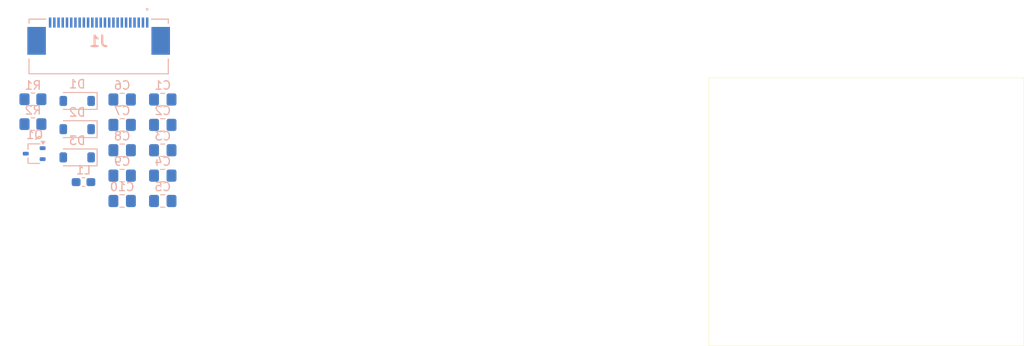
<source format=kicad_pcb>
(kicad_pcb (version 20241229) (generator "pcbnew") (generator_version "9.0")
  (layers (0 "F.Cu" signal) (2 "B.Cu" signal) (13 "F.Paste" user) (15 "B.Paste" user) (5 "F.SilkS" user "F.Silkscreen") (7 "B.SilkS" user "B.Silkscreen") (1 "F.Mask" user) (3 "B.Mask" user) (25 "Edge.Cuts" user))
  (net 0 "")
  (net 1 "Net-(J1-Pin_5)")
  (net 2 "GND")
  (net 3 "+3V3")
  (net 4 "Net-(J1-Pin_18)")
  (net 5 "Net-(J1-Pin_20)")
  (net 6 "Net-(J1-Pin_22)")
  (net 7 "/PREVGL")
  (net 8 "/VCOM")
  (net 9 "Net-(D1-K)")
  (net 10 "Net-(D3-A)")
  (net 11 "/PREVGH")
  (net 13 "/SDI")
  (net 15 "/RES")
  (net 17 "/D{slash}C")
  (net 18 "/SCLK")
  (net 20 "/RESE")
  (net 21 "/GDR")
  (net 22 "/BUSY")
  (net 23 "/CS")
  (net 25 "Net-(Q1-S)")
  (footprint "Resistor_SMD:R_0805_2012Metric_Pad1.20x1.40mm_HandSolder" (layer "B.Cu") (at -9.072858 42.545 180)
    (property "Reference" "R1" (at 0 1.65 0) (layer "B.SilkS") (effects (justify mirror)))
    (property "Value" "10k")
    (fp_line (start -0.227064 0.735) (end 0.227064 0.735) (stroke (width 0.12)) (layer "B.SilkS"))
    (fp_line (start -0.227064 -0.735) (end 0.227064 -0.735) (stroke (width 0.12)) (layer "B.SilkS"))
    (pad "1" smd roundrect (at -1 0 180) (size 1.2 1.4) (layers "B.Cu" "B.Mask" "B.Paste") (roundrect_rratio 0.208333) (net 21 "/GDR"))
    (pad "2" smd roundrect (at 1 0 180) (size 1.2 1.4) (layers "B.Cu" "B.Mask" "B.Paste") (roundrect_rratio 0.208333) (net 2 "GND"))
  )
  (footprint "Package_TO_SOT_SMD:SOT-323_SC-70" (layer "B.Cu") (at -8.922858 49 180)
    (property "Reference" "Q1" (at -0.05 2.25 0) (layer "B.SilkS") (effects (justify mirror)))
    (property "Value" "Si1308EDL")
    (fp_line (start 0.73 1.16) (end 0.73 0.5) (stroke (width 0.12)) (layer "B.SilkS"))
    (fp_line (start 0.73 -0.5) (end 0.73 -1.16) (stroke (width 0.12)) (layer "B.SilkS"))
    (fp_line (start -0.68 1.16) (end 0.73 1.16) (stroke (width 0.12)) (layer "B.SilkS"))
    (fp_line (start -0.68 -1.16) (end 0.73 -1.16) (stroke (width 0.12)) (layer "B.SilkS"))
    (fp_poly (pts (xy -1.05 1.14) (xy -1.29 1.47) (xy -0.81 1.47) (xy -1.05 1.14)) (stroke (width 0.12)) (fill yes) (layer "B.SilkS"))
    (pad "1" smd roundrect (at -1 0.65 270) (size 0.45 0.7) (layers "B.Cu" "B.Mask" "B.Paste") (net 21 "/GDR"))
    (pad "2" smd roundrect (at -1 -0.65 270) (size 0.45 0.7) (layers "B.Cu" "B.Mask" "B.Paste") (net 25 "Net-(Q1-S)"))
    (pad "3" smd roundrect (at 1 0 270) (size 0.45 0.7) (layers "B.Cu" "B.Mask" "B.Paste") (net 10 "Net-(D3-A)"))
  )
  (footprint "Diode_SMD:D_SOD-123" (layer "B.Cu") (at -3.827858 42.745 180)
    (property "Reference" "D1" (at 0 2 0) (layer "B.SilkS") (effects (justify mirror)))
    (property "Value" "MBR0530")
    (fp_line (start -2.36 1) (end 1.65 1) (stroke (width 0.12)) (layer "B.SilkS"))
    (fp_line (start -2.36 1) (end -2.36 -1) (stroke (width 0.12)) (layer "B.SilkS"))
    (fp_line (start -2.36 -1) (end 1.65 -1) (stroke (width 0.12)) (layer "B.SilkS"))
    (pad "1" smd roundrect (at -1.65 0 180) (size 0.9 1.2) (layers "B.Cu" "B.Mask" "B.Paste") (net 9 "Net-(D1-K)"))
    (pad "2" smd roundrect (at 1.65 0 180) (size 0.9 1.2) (layers "B.Cu" "B.Mask" "B.Paste") (net 7 "/PREVGL"))
  )
  (footprint "Capacitor_SMD:C_0805_2012Metric_Pad1.18x1.45mm_HandSolder" (layer "B.Cu") (at 6.307142 54.615 180)
    (property "Reference" "C5" (at 0 1.68 0) (layer "B.SilkS") (effects (justify mirror)))
    (property "Value" "1uF 50V")
    (fp_line (start -0.261252 0.735) (end 0.261252 0.735) (stroke (width 0.12)) (layer "B.SilkS"))
    (fp_line (start -0.261252 -0.735) (end 0.261252 -0.735) (stroke (width 0.12)) (layer "B.SilkS"))
    (pad "1" smd roundrect (at -1.0375 0 180) (size 1.175 1.45) (layers "B.Cu" "B.Mask" "B.Paste") (roundrect_rratio 0.212766) (net 2 "GND"))
    (pad "2" smd roundrect (at 1.0375 0 180) (size 1.175 1.45) (layers "B.Cu" "B.Mask" "B.Paste") (roundrect_rratio 0.212766) (net 6 "Net-(J1-Pin_22)"))
  )
  (footprint "Diode_SMD:D_SOD-123" (layer "B.Cu") (at -3.827858 49.445 180)
    (property "Reference" "D3" (at 0 2 0) (layer "B.SilkS") (effects (justify mirror)))
    (property "Value" "MBR0530")
    (fp_line (start -2.36 1) (end 1.65 1) (stroke (width 0.12)) (layer "B.SilkS"))
    (fp_line (start -2.36 1) (end -2.36 -1) (stroke (width 0.12)) (layer "B.SilkS"))
    (fp_line (start -2.36 -1) (end 1.65 -1) (stroke (width 0.12)) (layer "B.SilkS"))
    (pad "1" smd roundrect (at -1.65 0 180) (size 0.9 1.2) (layers "B.Cu" "B.Mask" "B.Paste") (net 11 "/PREVGH"))
    (pad "2" smd roundrect (at 1.65 0 180) (size 0.9 1.2) (layers "B.Cu" "B.Mask" "B.Paste") (net 10 "Net-(D3-A)"))
  )
  (footprint "Diode_SMD:D_SOD-123" (layer "B.Cu") (at -3.827858 46.095 180)
    (property "Reference" "D2" (at 0 2 0) (layer "B.SilkS") (effects (justify mirror)))
    (property "Value" "MBR0530")
    (fp_line (start -2.36 1) (end 1.65 1) (stroke (width 0.12)) (layer "B.SilkS"))
    (fp_line (start -2.36 1) (end -2.36 -1) (stroke (width 0.12)) (layer "B.SilkS"))
    (fp_line (start -2.36 -1) (end 1.65 -1) (stroke (width 0.12)) (layer "B.SilkS"))
    (pad "1" smd roundrect (at -1.65 0 180) (size 0.9 1.2) (layers "B.Cu" "B.Mask" "B.Paste") (net 2 "GND"))
    (pad "2" smd roundrect (at 1.65 0 180) (size 0.9 1.2) (layers "B.Cu" "B.Mask" "B.Paste") (net 9 "Net-(D1-K)"))
  )
  (footprint "Capacitor_SMD:C_0805_2012Metric_Pad1.18x1.45mm_HandSolder" (layer "B.Cu") (at 6.307142 48.595 180)
    (property "Reference" "C3" (at 0 1.68 0) (layer "B.SilkS") (effects (justify mirror)))
    (property "Value" "1uF 50V")
    (fp_line (start -0.261252 0.735) (end 0.261252 0.735) (stroke (width 0.12)) (layer "B.SilkS"))
    (fp_line (start -0.261252 -0.735) (end 0.261252 -0.735) (stroke (width 0.12)) (layer "B.SilkS"))
    (pad "1" smd roundrect (at -1.0375 0 180) (size 1.175 1.45) (layers "B.Cu" "B.Mask" "B.Paste") (roundrect_rratio 0.212766) (net 2 "GND"))
    (pad "2" smd roundrect (at 1.0375 0 180) (size 1.175 1.45) (layers "B.Cu" "B.Mask" "B.Paste") (roundrect_rratio 0.212766) (net 4 "Net-(J1-Pin_18)"))
  )
  (footprint "Capacitor_SMD:C_0805_2012Metric_Pad1.18x1.45mm_HandSolder" (layer "B.Cu") (at 1.497142 48.595 180)
    (property "Reference" "C8" (at 0 1.68 0) (layer "B.SilkS") (effects (justify mirror)))
    (property "Value" "4.7uF 50V")
    (fp_line (start -0.261252 0.735) (end 0.261252 0.735) (stroke (width 0.12)) (layer "B.SilkS"))
    (fp_line (start -0.261252 -0.735) (end 0.261252 -0.735) (stroke (width 0.12)) (layer "B.SilkS"))
    (pad "1" smd roundrect (at -1.0375 0 180) (size 1.175 1.45) (layers "B.Cu" "B.Mask" "B.Paste") (roundrect_rratio 0.212766) (net 9 "Net-(D1-K)"))
    (pad "2" smd roundrect (at 1.0375 0 180) (size 1.175 1.45) (layers "B.Cu" "B.Mask" "B.Paste") (roundrect_rratio 0.212766) (net 10 "Net-(D3-A)"))
  )
  (footprint "Capacitor_SMD:C_0805_2012Metric_Pad1.18x1.45mm_HandSolder" (layer "B.Cu") (at 1.497142 45.585 180)
    (property "Reference" "C7" (at 0 1.68 0) (layer "B.SilkS") (effects (justify mirror)))
    (property "Value" "1uF 50V")
    (fp_line (start -0.261252 0.735) (end 0.261252 0.735) (stroke (width 0.12)) (layer "B.SilkS"))
    (fp_line (start -0.261252 -0.735) (end 0.261252 -0.735) (stroke (width 0.12)) (layer "B.SilkS"))
    (pad "1" smd roundrect (at -1.0375 0 180) (size 1.175 1.45) (layers "B.Cu" "B.Mask" "B.Paste") (roundrect_rratio 0.212766) (net 2 "GND"))
    (pad "2" smd roundrect (at 1.0375 0 180) (size 1.175 1.45) (layers "B.Cu" "B.Mask" "B.Paste") (roundrect_rratio 0.212766) (net 8 "/VCOM"))
  )
  (footprint "Capacitor_SMD:C_0805_2012Metric_Pad1.18x1.45mm_HandSolder" (layer "B.Cu") (at 1.497142 42.575 180)
    (property "Reference" "C6" (at 0 1.68 0) (layer "B.SilkS") (effects (justify mirror)))
    (property "Value" "1uF 50V")
    (fp_line (start -0.261252 0.735) (end 0.261252 0.735) (stroke (width 0.12)) (layer "B.SilkS"))
    (fp_line (start -0.261252 -0.735) (end 0.261252 -0.735) (stroke (width 0.12)) (layer "B.SilkS"))
    (pad "1" smd roundrect (at -1.0375 0 180) (size 1.175 1.45) (layers "B.Cu" "B.Mask" "B.Paste") (roundrect_rratio 0.212766) (net 2 "GND"))
    (pad "2" smd roundrect (at 1.0375 0 180) (size 1.175 1.45) (layers "B.Cu" "B.Mask" "B.Paste") (roundrect_rratio 0.212766) (net 7 "/PREVGL"))
  )
  (footprint "Capacitor_SMD:C_0805_2012Metric_Pad1.18x1.45mm_HandSolder" (layer "B.Cu") (at 6.307142 51.605 180)
    (property "Reference" "C4" (at 0 1.68 0) (layer "B.SilkS") (effects (justify mirror)))
    (property "Value" "1uF 50V")
    (fp_line (start -0.261252 0.735) (end 0.261252 0.735) (stroke (width 0.12)) (layer "B.SilkS"))
    (fp_line (start -0.261252 -0.735) (end 0.261252 -0.735) (stroke (width 0.12)) (layer "B.SilkS"))
    (pad "1" smd roundrect (at -1.0375 0 180) (size 1.175 1.45) (layers "B.Cu" "B.Mask" "B.Paste") (roundrect_rratio 0.212766) (net 2 "GND"))
    (pad "2" smd roundrect (at 1.0375 0 180) (size 1.175 1.45) (layers "B.Cu" "B.Mask" "B.Paste") (roundrect_rratio 0.212766) (net 5 "Net-(J1-Pin_20)"))
  )
  (footprint "Capacitor_SMD:C_0805_2012Metric_Pad1.18x1.45mm_HandSolder" (layer "B.Cu") (at 1.497142 51.605 180)
    (property "Reference" "C9" (at 0 1.68 0) (layer "B.SilkS") (effects (justify mirror)))
    (property "Value" "1uF 50V")
    (fp_line (start -0.261252 0.735) (end 0.261252 0.735) (stroke (width 0.12)) (layer "B.SilkS"))
    (fp_line (start -0.261252 -0.735) (end 0.261252 -0.735) (stroke (width 0.12)) (layer "B.SilkS"))
    (pad "1" smd roundrect (at -1.0375 0 180) (size 1.175 1.45) (layers "B.Cu" "B.Mask" "B.Paste") (roundrect_rratio 0.212766) (net 11 "/PREVGH"))
    (pad "2" smd roundrect (at 1.0375 0 180) (size 1.175 1.45) (layers "B.Cu" "B.Mask" "B.Paste") (roundrect_rratio 0.212766) (net 2 "GND"))
  )
  (footprint "AFC07-S24ECA-00:AFC07S24ECA00" (layer "B.Cu") (at -1.287858 36.27 180)
    (property "Reference" "J1" (at 0 0.6 0) (layer "B.SilkS") (effects (font (size 1.27 1.27) (thickness 0.254)) (justify mirror)))
    (property "Value" "24pin FPC, 0.5mm" (hide yes))
    (fp_line (start 8.25 3.225) (end 8.25 3.225) (stroke (width 0.1)) (layer "B.SilkS"))
    (fp_line (start 8.25 3.225) (end 8.25 3.225) (stroke (width 0.1)) (layer "B.SilkS"))
    (fp_line (start 8.25 3.225) (end 8.25 2.75) (stroke (width 0.1)) (layer "B.SilkS"))
    (fp_line (start 8.25 3.225) (end 6.25 3.225) (stroke (width 0.1)) (layer "B.SilkS"))
    (fp_line (start 8.25 2.75) (end 8.25 3.225) (stroke (width 0.1)) (layer "B.SilkS"))
    (fp_line (start 8.25 2.75) (end 8.25 2.75) (stroke (width 0.1)) (layer "B.SilkS"))
    (fp_line (start 8.25 -1.5) (end 8.25 -1.5) (stroke (width 0.1)) (layer "B.SilkS"))
    (fp_line (start 8.25 -1.5) (end 8.25 -3.25) (stroke (width 0.1)) (layer "B.SilkS"))
    (fp_line (start 8.25 -3.25) (end 8.25 -1.5) (stroke (width 0.1)) (layer "B.SilkS"))
    (fp_line (start 8.25 -3.25) (end 8.25 -3.25) (stroke (width 0.1)) (layer "B.SilkS"))
    (fp_line (start 8.25 -3.25) (end 8.25 -3.25) (stroke (width 0.1)) (layer "B.SilkS"))
    (fp_line (start 8.25 -3.25) (end -8.25 -3.25) (stroke (width 0.1)) (layer "B.SilkS"))
    (fp_line (start 6.25 3.225) (end 8.25 3.225) (stroke (width 0.1)) (layer "B.SilkS"))
    (fp_line (start 6.25 3.225) (end 6.25 3.225) (stroke (width 0.1)) (layer "B.SilkS"))
    (fp_line (start -5.7 4.4) (end -5.7 4.4) (stroke (width 0.2)) (layer "B.SilkS"))
    (fp_line (start -5.8 4.4) (end -5.8 4.4) (stroke (width 0.2)) (layer "B.SilkS"))
    (fp_line (start -5.8 4.4) (end -5.8 4.4) (stroke (width 0.2)) (layer "B.SilkS"))
    (fp_line (start -6.25 3.225) (end -6.25 3.225) (stroke (width 0.1)) (layer "B.SilkS"))
    (fp_line (start -6.25 3.225) (end -8.25 3.225) (stroke (width 0.1)) (layer "B.SilkS"))
    (fp_line (start -8.25 3.225) (end -6.25 3.225) (stroke (width 0.1)) (layer "B.SilkS"))
    (fp_line (start -8.25 3.225) (end -8.25 3.225) (stroke (width 0.1)) (layer "B.SilkS"))
    (fp_line (start -8.25 3.225) (end -8.25 3.225) (stroke (width 0.1)) (layer "B.SilkS"))
    (fp_line (start -8.25 3.225) (end -8.25 2.75) (stroke (width 0.1)) (layer "B.SilkS"))
    (fp_line (start -8.25 2.75) (end -8.25 3.225) (stroke (width 0.1)) (layer "B.SilkS"))
    (fp_line (start -8.25 2.75) (end -8.25 2.75) (stroke (width 0.1)) (layer "B.SilkS"))
    (fp_line (start -8.25 -1.5) (end -8.25 -1.5) (stroke (width 0.1)) (layer "B.SilkS"))
    (fp_line (start -8.25 -1.5) (end -8.25 -3.25) (stroke (width 0.1)) (layer "B.SilkS"))
    (fp_line (start -8.25 -3.25) (end 8.25 -3.25) (stroke (width 0.1)) (layer "B.SilkS"))
    (fp_line (start -8.25 -3.25) (end -8.25 -1.5) (stroke (width 0.1)) (layer "B.SilkS"))
    (fp_line (start -8.25 -3.25) (end -8.25 -3.25) (stroke (width 0.1)) (layer "B.SilkS"))
    (fp_line (start -8.25 -3.25) (end -8.25 -3.25) (stroke (width 0.1)) (layer "B.SilkS"))
    (fp_arc (start -5.7 4.4) (mid -5.75 4.45) (end -5.8 4.4) (stroke (width 0.2)) (layer "B.SilkS"))
    (fp_arc (start -5.8 4.4) (mid -5.75 4.35) (end -5.7 4.4) (stroke (width 0.2)) (layer "B.SilkS"))
    (fp_arc (start -5.8 4.4) (mid -5.75 4.35) (end -5.7 4.4) (stroke (width 0.2)) (layer "B.SilkS"))
    (pad "1" smd rect (at -5.75 2.825 180) (size 0.3 1.2) (layers "B.Cu" "B.Mask" "B.Paste"))
    (pad "2" smd rect (at -5.25 2.825 180) (size 0.3 1.2) (layers "B.Cu" "B.Mask" "B.Paste") (net 21 "/GDR"))
    (pad "3" smd rect (at -4.75 2.825 180) (size 0.3 1.2) (layers "B.Cu" "B.Mask" "B.Paste") (net 20 "/RESE"))
    (pad "4" smd rect (at -4.25 2.825 180) (size 0.3 1.2) (layers "B.Cu" "B.Mask" "B.Paste"))
    (pad "5" smd rect (at -3.75 2.825 180) (size 0.3 1.2) (layers "B.Cu" "B.Mask" "B.Paste") (net 1 "Net-(J1-Pin_5)"))
    (pad "6" smd rect (at -3.25 2.825 180) (size 0.3 1.2) (layers "B.Cu" "B.Mask" "B.Paste"))
    (pad "7" smd rect (at -2.75 2.825 180) (size 0.3 1.2) (layers "B.Cu" "B.Mask" "B.Paste"))
    (pad "8" smd rect (at -2.25 2.825 180) (size 0.3 1.2) (layers "B.Cu" "B.Mask" "B.Paste") (net 2 "GND"))
    (pad "9" smd rect (at -1.75 2.825 180) (size 0.3 1.2) (layers "B.Cu" "B.Mask" "B.Paste") (net 22 "/BUSY"))
    (pad "10" smd rect (at -1.25 2.825 180) (size 0.3 1.2) (layers "B.Cu" "B.Mask" "B.Paste") (net 15 "/RES"))
    (pad "11" smd rect (at -0.75 2.825 180) (size 0.3 1.2) (layers "B.Cu" "B.Mask" "B.Paste") (net 17 "/D{slash}C"))
    (pad "12" smd rect (at -0.25 2.825 180) (size 0.3 1.2) (layers "B.Cu" "B.Mask" "B.Paste") (net 23 "/CS"))
    (pad "13" smd rect (at 0.25 2.825 180) (size 0.3 1.2) (layers "B.Cu" "B.Mask" "B.Paste") (net 18 "/SCLK"))
    (pad "14" smd rect (at 0.75 2.825 180) (size 0.3 1.2) (layers "B.Cu" "B.Mask" "B.Paste") (net 13 "/SDI"))
    (pad "15" smd rect (at 1.25 2.825 180) (size 0.3 1.2) (layers "B.Cu" "B.Mask" "B.Paste") (net 3 "+3V3"))
    (pad "16" smd rect (at 1.75 2.825 180) (size 0.3 1.2) (layers "B.Cu" "B.Mask" "B.Paste") (net 3 "+3V3"))
    (pad "17" smd rect (at 2.25 2.825 180) (size 0.3 1.2) (layers "B.Cu" "B.Mask" "B.Paste") (net 2 "GND"))
    (pad "18" smd rect (at 2.75 2.825 180) (size 0.3 1.2) (layers "B.Cu" "B.Mask" "B.Paste") (net 4 "Net-(J1-Pin_18)"))
    (pad "19" smd rect (at 3.25 2.825 180) (size 0.3 1.2) (layers "B.Cu" "B.Mask" "B.Paste"))
    (pad "20" smd rect (at 3.75 2.825 180) (size 0.3 1.2) (layers "B.Cu" "B.Mask" "B.Paste") (net 5 "Net-(J1-Pin_20)"))
    (pad "21" smd rect (at 4.25 2.825 180) (size 0.3 1.2) (layers "B.Cu" "B.Mask" "B.Paste") (net 11 "/PREVGH"))
    (pad "22" smd rect (at 4.75 2.825 180) (size 0.3 1.2) (layers "B.Cu" "B.Mask" "B.Paste") (net 6 "Net-(J1-Pin_22)"))
    (pad "23" smd rect (at 5.25 2.825 180) (size 0.3 1.2) (layers "B.Cu" "B.Mask" "B.Paste") (net 7 "/PREVGL"))
    (pad "24" smd rect (at 5.75 2.825 180) (size 0.3 1.2) (layers "B.Cu" "B.Mask" "B.Paste") (net 8 "/VCOM"))
    (pad "MP1" smd rect (at -7.35 0.655 180) (size 2.2 3.3) (layers "B.Cu" "B.Mask" "B.Paste"))
    (pad "MP2" smd rect (at 7.35 0.655 180) (size 2.2 3.3) (layers "B.Cu" "B.Mask" "B.Paste"))
  )
  (footprint "Resistor_SMD:R_0805_2012Metric_Pad1.20x1.40mm_HandSolder" (layer "B.Cu") (at -9.072858 45.495 180)
    (property "Reference" "R2" (at 0 1.65 0) (layer "B.SilkS") (effects (justify mirror)))
    (property "Value" "3")
    (fp_line (start -0.227064 0.735) (end 0.227064 0.735) (stroke (width 0.12)) (layer "B.SilkS"))
    (fp_line (start -0.227064 -0.735) (end 0.227064 -0.735) (stroke (width 0.12)) (layer "B.SilkS"))
    (pad "1" smd roundrect (at -1 0 180) (size 1.2 1.4) (layers "B.Cu" "B.Mask" "B.Paste") (roundrect_rratio 0.208333) (net 25 "Net-(Q1-S)"))
    (pad "2" smd roundrect (at 1 0 180) (size 1.2 1.4) (layers "B.Cu" "B.Mask" "B.Paste") (roundrect_rratio 0.208333) (net 2 "GND"))
  )
  (footprint "Capacitor_SMD:C_0805_2012Metric_Pad1.18x1.45mm_HandSolder" (layer "B.Cu") (at 6.307142 42.575 180)
    (property "Reference" "C1" (at 0 1.68 0) (layer "B.SilkS") (effects (justify mirror)))
    (property "Value" "1uF 50V")
    (fp_line (start -0.261252 0.735) (end 0.261252 0.735) (stroke (width 0.12)) (layer "B.SilkS"))
    (fp_line (start -0.261252 -0.735) (end 0.261252 -0.735) (stroke (width 0.12)) (layer "B.SilkS"))
    (pad "1" smd roundrect (at -1.0375 0 180) (size 1.175 1.45) (layers "B.Cu" "B.Mask" "B.Paste") (roundrect_rratio 0.212766) (net 2 "GND"))
    (pad "2" smd roundrect (at 1.0375 0 180) (size 1.175 1.45) (layers "B.Cu" "B.Mask" "B.Paste") (roundrect_rratio 0.212766) (net 1 "Net-(J1-Pin_5)"))
  )
  (footprint "Inductor_SMD:L_0603_1608Metric_Pad1.05x0.95mm_HandSolder" (layer "B.Cu") (at -3.082858 52.375 180)
    (property "Reference" "L1" (at 0 1.43 0) (layer "B.SilkS") (effects (justify mirror)))
    (property "Value" "10uH 1A Wire Wound")
    (fp_line (start -0.171267 0.51) (end 0.171267 0.51) (stroke (width 0.12)) (layer "B.SilkS"))
    (fp_line (start -0.171267 -0.51) (end 0.171267 -0.51) (stroke (width 0.12)) (layer "B.SilkS"))
    (pad "1" smd roundrect (at -0.875 0 180) (size 1.05 0.95) (layers "B.Cu" "B.Mask" "B.Paste") (net 3 "+3V3"))
    (pad "2" smd roundrect (at 0.875 0 180) (size 1.05 0.95) (layers "B.Cu" "B.Mask" "B.Paste") (net 10 "Net-(D3-A)"))
  )
  (footprint "Capacitor_SMD:C_0805_2012Metric_Pad1.18x1.45mm_HandSolder" (layer "B.Cu") (at 1.497142 54.615 180)
    (property "Reference" "C10" (at 0 1.68 0) (layer "B.SilkS") (effects (justify mirror)))
    (property "Value" "4.7uF 50V")
    (fp_line (start -0.261252 0.735) (end 0.261252 0.735) (stroke (width 0.12)) (layer "B.SilkS"))
    (fp_line (start -0.261252 -0.735) (end 0.261252 -0.735) (stroke (width 0.12)) (layer "B.SilkS"))
    (pad "1" smd roundrect (at -1.0375 0 180) (size 1.175 1.45) (layers "B.Cu" "B.Mask" "B.Paste") (roundrect_rratio 0.212766) (net 3 "+3V3"))
    (pad "2" smd roundrect (at 1.0375 0 180) (size 1.175 1.45) (layers "B.Cu" "B.Mask" "B.Paste") (roundrect_rratio 0.212766) (net 2 "GND"))
  )
  (footprint "Capacitor_SMD:C_0805_2012Metric_Pad1.18x1.45mm_HandSolder" (layer "B.Cu") (at 6.307142 45.585 180)
    (property "Reference" "C2" (at 0 1.68 0) (layer "B.SilkS") (effects (justify mirror)))
    (property "Value" "1uF 50V")
    (fp_line (start -0.261252 0.735) (end 0.261252 0.735) (stroke (width 0.12)) (layer "B.SilkS"))
    (fp_line (start -0.261252 -0.735) (end 0.261252 -0.735) (stroke (width 0.12)) (layer "B.SilkS"))
    (pad "1" smd roundrect (at -1.0375 0 180) (size 1.175 1.45) (layers "B.Cu" "B.Mask" "B.Paste") (roundrect_rratio 0.212766) (net 2 "GND"))
    (pad "2" smd roundrect (at 1.0375 0 180) (size 1.175 1.45) (layers "B.Cu" "B.Mask" "B.Paste") (roundrect_rratio 0.212766) (net 3 "+3V3"))
  )
  (gr_rect (start 71 40) (end 108.32 71.8) (stroke (width 0.05)) (fill no) (layer "F.SilkS"))
)
</source>
